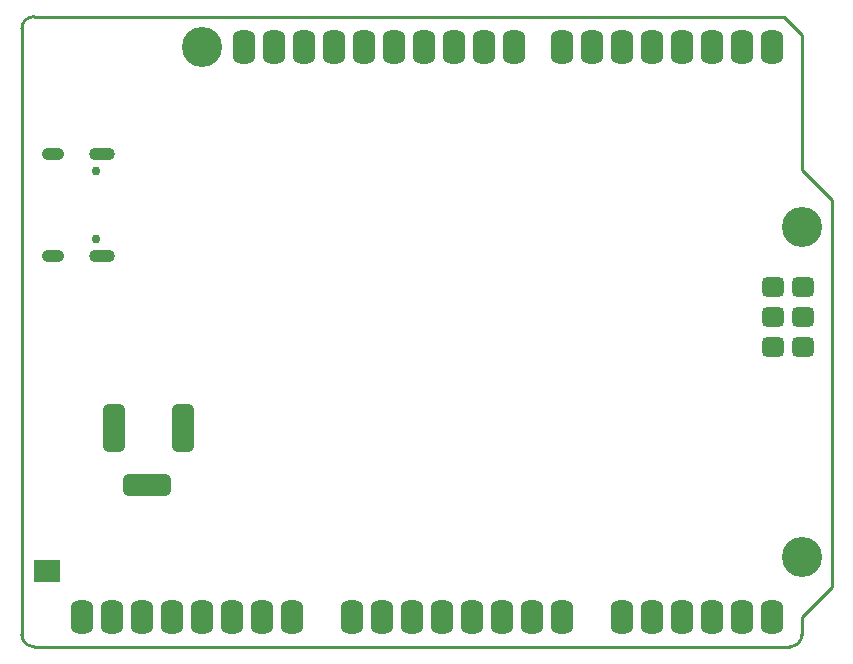
<source format=gbs>
G04*
G04 #@! TF.GenerationSoftware,Altium Limited,Altium Designer,21.1.1 (26)*
G04*
G04 Layer_Color=16711935*
%FSAX44Y44*%
%MOMM*%
G71*
G04*
G04 #@! TF.SameCoordinates,378EE943-C238-4E8C-B66D-7123103E1C21*
G04*
G04*
G04 #@! TF.FilePolarity,Negative*
G04*
G01*
G75*
%ADD17C,0.2540*%
%ADD39R,2.2000X1.8500*%
%ADD65C,0.7500*%
G04:AMPARAMS|DCode=66|XSize=1.1mm|YSize=2.2mm|CornerRadius=0.55mm|HoleSize=0mm|Usage=FLASHONLY|Rotation=270.000|XOffset=0mm|YOffset=0mm|HoleType=Round|Shape=RoundedRectangle|*
%AMROUNDEDRECTD66*
21,1,1.1000,1.1000,0,0,270.0*
21,1,0.0000,2.2000,0,0,270.0*
1,1,1.1000,-0.5500,0.0000*
1,1,1.1000,-0.5500,0.0000*
1,1,1.1000,0.5500,0.0000*
1,1,1.1000,0.5500,0.0000*
%
%ADD66ROUNDEDRECTD66*%
G04:AMPARAMS|DCode=67|XSize=1.1mm|YSize=1.9mm|CornerRadius=0.55mm|HoleSize=0mm|Usage=FLASHONLY|Rotation=270.000|XOffset=0mm|YOffset=0mm|HoleType=Round|Shape=RoundedRectangle|*
%AMROUNDEDRECTD67*
21,1,1.1000,0.8000,0,0,270.0*
21,1,0.0000,1.9000,0,0,270.0*
1,1,1.1000,-0.4000,0.0000*
1,1,1.1000,-0.4000,0.0000*
1,1,1.1000,0.4000,0.0000*
1,1,1.1000,0.4000,0.0000*
%
%ADD67ROUNDEDRECTD67*%
G04:AMPARAMS|DCode=68|XSize=4.1mm|YSize=1.9mm|CornerRadius=0.5mm|HoleSize=0mm|Usage=FLASHONLY|Rotation=90.000|XOffset=0mm|YOffset=0mm|HoleType=Round|Shape=RoundedRectangle|*
%AMROUNDEDRECTD68*
21,1,4.1000,0.9000,0,0,90.0*
21,1,3.1000,1.9000,0,0,90.0*
1,1,1.0000,0.4500,1.5500*
1,1,1.0000,0.4500,-1.5500*
1,1,1.0000,-0.4500,-1.5500*
1,1,1.0000,-0.4500,1.5500*
%
%ADD68ROUNDEDRECTD68*%
G04:AMPARAMS|DCode=69|XSize=4.1mm|YSize=1.9mm|CornerRadius=0.5mm|HoleSize=0mm|Usage=FLASHONLY|Rotation=180.000|XOffset=0mm|YOffset=0mm|HoleType=Round|Shape=RoundedRectangle|*
%AMROUNDEDRECTD69*
21,1,4.1000,0.9000,0,0,180.0*
21,1,3.1000,1.9000,0,0,180.0*
1,1,1.0000,-1.5500,0.4500*
1,1,1.0000,1.5500,0.4500*
1,1,1.0000,1.5500,-0.4500*
1,1,1.0000,-1.5500,-0.4500*
%
%ADD69ROUNDEDRECTD69*%
%ADD70C,3.4000*%
G04:AMPARAMS|DCode=71|XSize=1.9mm|YSize=1.7mm|CornerRadius=0.45mm|HoleSize=0mm|Usage=FLASHONLY|Rotation=0.000|XOffset=0mm|YOffset=0mm|HoleType=Round|Shape=RoundedRectangle|*
%AMROUNDEDRECTD71*
21,1,1.9000,0.8000,0,0,0.0*
21,1,1.0000,1.7000,0,0,0.0*
1,1,0.9000,0.5000,-0.4000*
1,1,0.9000,-0.5000,-0.4000*
1,1,0.9000,-0.5000,0.4000*
1,1,0.9000,0.5000,0.4000*
%
%ADD71ROUNDEDRECTD71*%
G04:AMPARAMS|DCode=88|XSize=2.9mm|YSize=1.9mm|CornerRadius=0.725mm|HoleSize=0mm|Usage=FLASHONLY|Rotation=90.000|XOffset=0mm|YOffset=0mm|HoleType=Round|Shape=RoundedRectangle|*
%AMROUNDEDRECTD88*
21,1,2.9000,0.4500,0,0,90.0*
21,1,1.4500,1.9000,0,0,90.0*
1,1,1.4500,0.2250,0.7250*
1,1,1.4500,0.2250,-0.7250*
1,1,1.4500,-0.2250,-0.7250*
1,1,1.4500,-0.2250,0.7250*
%
%ADD88ROUNDEDRECTD88*%
D17*
X00000173Y00010333D02*
G03*
X00010333Y00000173I00010160J00000000D01*
G01*
Y00533573D02*
G03*
X00000173Y00523667I-00000127J-00010033D01*
G01*
X00650667Y00000173D02*
G03*
X00660573Y00010333I-00000127J00010033D01*
G01*
X00010333Y00000173D02*
X00650667D01*
X00000173Y00010333D02*
Y00523667D01*
X00010333Y00533573D02*
X00645333D01*
X00660573Y00010333D02*
Y00025573D01*
X00685973Y00050973D01*
Y00378633D01*
X00660573Y00404033D02*
X00685973Y00378633D01*
X00660573Y00404033D02*
Y00518333D01*
X00645333Y00533573D02*
X00660573Y00518333D01*
D39*
X00021499Y00064249D02*
D03*
D65*
X00062750Y00345099D02*
D03*
Y00402899D02*
D03*
D66*
X00067750Y00417199D02*
D03*
Y00330799D02*
D03*
D67*
X00026250Y00417199D02*
D03*
Y00330799D02*
D03*
D68*
X00136500Y00185000D02*
D03*
X00078500D02*
D03*
D69*
X00106500Y00137000D02*
D03*
D70*
X00152573Y00508173D02*
D03*
X00660573Y00076373D02*
D03*
Y00355773D02*
D03*
D71*
X00636443Y00304973D02*
D03*
X00661843D02*
D03*
X00636443Y00279573D02*
D03*
X00661843D02*
D03*
X00636443Y00254173D02*
D03*
X00661843D02*
D03*
D88*
X00076373Y00025573D02*
D03*
X00228773D02*
D03*
X00203373D02*
D03*
X00177973D02*
D03*
X00152573D02*
D03*
X00127173D02*
D03*
X00101773D02*
D03*
X00050973D02*
D03*
X00457373Y00508173D02*
D03*
X00188133D02*
D03*
X00482773D02*
D03*
X00213533D02*
D03*
X00508173D02*
D03*
X00238933D02*
D03*
X00533573D02*
D03*
X00264333D02*
D03*
X00558973D02*
D03*
X00289733D02*
D03*
X00584373D02*
D03*
X00315133D02*
D03*
X00609773D02*
D03*
X00340533D02*
D03*
X00635173D02*
D03*
X00365933D02*
D03*
X00391333D02*
D03*
X00416733D02*
D03*
X00609773Y00025573D02*
D03*
X00635173D02*
D03*
X00279573D02*
D03*
X00304973D02*
D03*
X00330373D02*
D03*
X00355773D02*
D03*
X00381173D02*
D03*
X00406573D02*
D03*
X00431973D02*
D03*
X00457373D02*
D03*
X00508173D02*
D03*
X00533573D02*
D03*
X00558973D02*
D03*
X00584373D02*
D03*
M02*

</source>
